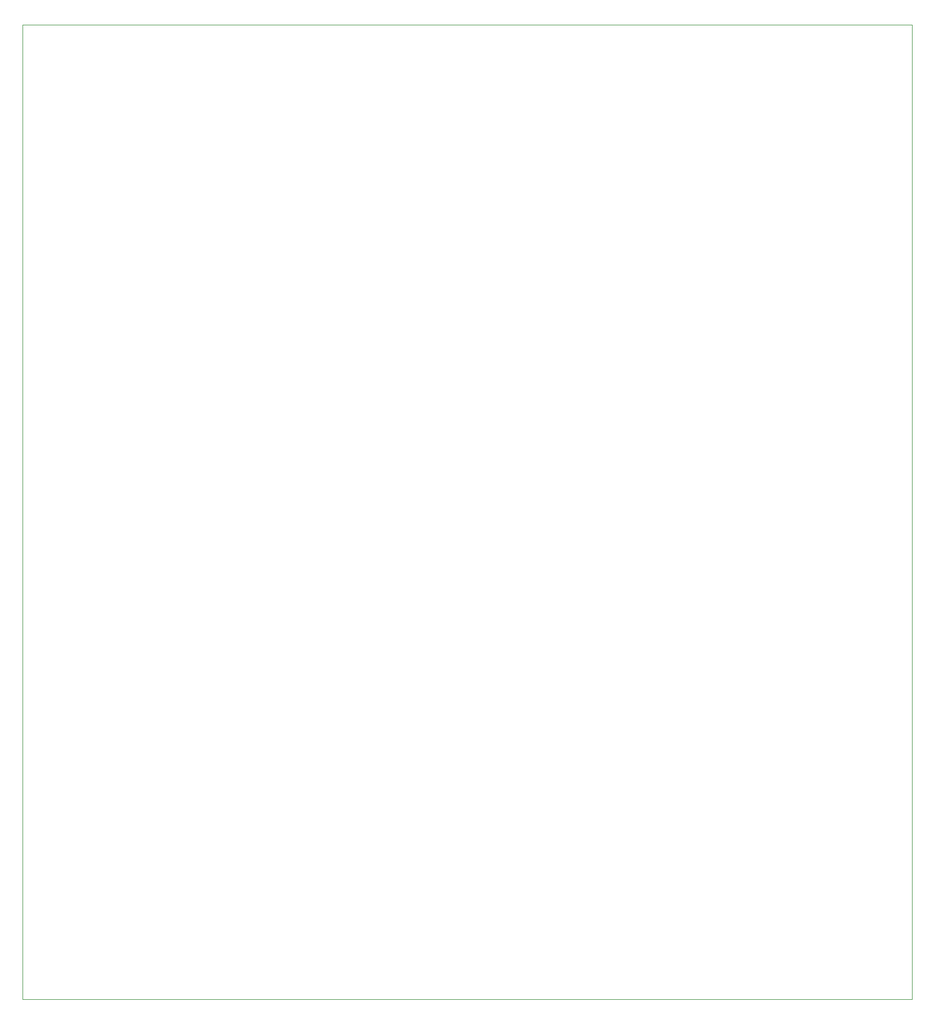
<source format=gm1>
G04 #@! TF.GenerationSoftware,KiCad,Pcbnew,(5.1.10)-1*
G04 #@! TF.CreationDate,2022-01-22T23:19:17-05:00*
G04 #@! TF.ProjectId,Launchbox,4c61756e-6368-4626-9f78-2e6b69636164,Launchbox*
G04 #@! TF.SameCoordinates,Original*
G04 #@! TF.FileFunction,Profile,NP*
%FSLAX46Y46*%
G04 Gerber Fmt 4.6, Leading zero omitted, Abs format (unit mm)*
G04 Created by KiCad (PCBNEW (5.1.10)-1) date 2022-01-22 23:19:17*
%MOMM*%
%LPD*%
G01*
G04 APERTURE LIST*
G04 #@! TA.AperFunction,Profile*
%ADD10C,0.050000*%
G04 #@! TD*
G04 APERTURE END LIST*
D10*
X164592000Y-30086000D02*
X164592000Y-180086000D01*
X27592000Y-30086000D02*
X164592000Y-30086000D01*
X27592000Y-180086000D02*
X27592000Y-30086000D01*
X164592000Y-180086000D02*
X27592000Y-180086000D01*
M02*

</source>
